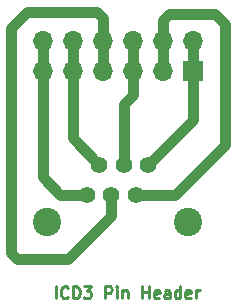
<source format=gtl>
%TF.GenerationSoftware,KiCad,Pcbnew,4.0.7*%
%TF.CreationDate,2017-09-30T17:10:56+08:00*%
%TF.ProjectId,rj12-with-connector,726A31322D776974682D636F6E6E6563,rev?*%
%TF.FileFunction,Copper,L1,Top,Signal*%
%FSLAX46Y46*%
G04 Gerber Fmt 4.6, Leading zero omitted, Abs format (unit mm)*
G04 Created by KiCad (PCBNEW 4.0.7) date 09/30/17 17:10:56*
%MOMM*%
%LPD*%
G01*
G04 APERTURE LIST*
%ADD10C,0.100000*%
%ADD11C,0.250000*%
%ADD12C,2.400000*%
%ADD13C,1.400000*%
%ADD14R,1.700000X1.700000*%
%ADD15O,1.700000X1.700000*%
%ADD16C,0.900000*%
G04 APERTURE END LIST*
D10*
D11*
X-17453810Y-27122381D02*
X-17453810Y-26122381D01*
X-16406191Y-27027143D02*
X-16453810Y-27074762D01*
X-16596667Y-27122381D01*
X-16691905Y-27122381D01*
X-16834763Y-27074762D01*
X-16930001Y-26979524D01*
X-16977620Y-26884286D01*
X-17025239Y-26693810D01*
X-17025239Y-26550952D01*
X-16977620Y-26360476D01*
X-16930001Y-26265238D01*
X-16834763Y-26170000D01*
X-16691905Y-26122381D01*
X-16596667Y-26122381D01*
X-16453810Y-26170000D01*
X-16406191Y-26217619D01*
X-15977620Y-27122381D02*
X-15977620Y-26122381D01*
X-15739525Y-26122381D01*
X-15596667Y-26170000D01*
X-15501429Y-26265238D01*
X-15453810Y-26360476D01*
X-15406191Y-26550952D01*
X-15406191Y-26693810D01*
X-15453810Y-26884286D01*
X-15501429Y-26979524D01*
X-15596667Y-27074762D01*
X-15739525Y-27122381D01*
X-15977620Y-27122381D01*
X-15072858Y-26122381D02*
X-14453810Y-26122381D01*
X-14787144Y-26503333D01*
X-14644286Y-26503333D01*
X-14549048Y-26550952D01*
X-14501429Y-26598571D01*
X-14453810Y-26693810D01*
X-14453810Y-26931905D01*
X-14501429Y-27027143D01*
X-14549048Y-27074762D01*
X-14644286Y-27122381D01*
X-14930001Y-27122381D01*
X-15025239Y-27074762D01*
X-15072858Y-27027143D01*
X-13263334Y-27122381D02*
X-13263334Y-26122381D01*
X-12882381Y-26122381D01*
X-12787143Y-26170000D01*
X-12739524Y-26217619D01*
X-12691905Y-26312857D01*
X-12691905Y-26455714D01*
X-12739524Y-26550952D01*
X-12787143Y-26598571D01*
X-12882381Y-26646190D01*
X-13263334Y-26646190D01*
X-12263334Y-27122381D02*
X-12263334Y-26455714D01*
X-12263334Y-26122381D02*
X-12310953Y-26170000D01*
X-12263334Y-26217619D01*
X-12215715Y-26170000D01*
X-12263334Y-26122381D01*
X-12263334Y-26217619D01*
X-11787144Y-26455714D02*
X-11787144Y-27122381D01*
X-11787144Y-26550952D02*
X-11739525Y-26503333D01*
X-11644287Y-26455714D01*
X-11501429Y-26455714D01*
X-11406191Y-26503333D01*
X-11358572Y-26598571D01*
X-11358572Y-27122381D01*
X-10120477Y-27122381D02*
X-10120477Y-26122381D01*
X-10120477Y-26598571D02*
X-9549048Y-26598571D01*
X-9549048Y-27122381D02*
X-9549048Y-26122381D01*
X-8691905Y-27074762D02*
X-8787143Y-27122381D01*
X-8977620Y-27122381D01*
X-9072858Y-27074762D01*
X-9120477Y-26979524D01*
X-9120477Y-26598571D01*
X-9072858Y-26503333D01*
X-8977620Y-26455714D01*
X-8787143Y-26455714D01*
X-8691905Y-26503333D01*
X-8644286Y-26598571D01*
X-8644286Y-26693810D01*
X-9120477Y-26789048D01*
X-7787143Y-27122381D02*
X-7787143Y-26598571D01*
X-7834762Y-26503333D01*
X-7930000Y-26455714D01*
X-8120477Y-26455714D01*
X-8215715Y-26503333D01*
X-7787143Y-27074762D02*
X-7882381Y-27122381D01*
X-8120477Y-27122381D01*
X-8215715Y-27074762D01*
X-8263334Y-26979524D01*
X-8263334Y-26884286D01*
X-8215715Y-26789048D01*
X-8120477Y-26741429D01*
X-7882381Y-26741429D01*
X-7787143Y-26693810D01*
X-6882381Y-27122381D02*
X-6882381Y-26122381D01*
X-6882381Y-27074762D02*
X-6977619Y-27122381D01*
X-7168096Y-27122381D01*
X-7263334Y-27074762D01*
X-7310953Y-27027143D01*
X-7358572Y-26931905D01*
X-7358572Y-26646190D01*
X-7310953Y-26550952D01*
X-7263334Y-26503333D01*
X-7168096Y-26455714D01*
X-6977619Y-26455714D01*
X-6882381Y-26503333D01*
X-6025238Y-27074762D02*
X-6120476Y-27122381D01*
X-6310953Y-27122381D01*
X-6406191Y-27074762D01*
X-6453810Y-26979524D01*
X-6453810Y-26598571D01*
X-6406191Y-26503333D01*
X-6310953Y-26455714D01*
X-6120476Y-26455714D01*
X-6025238Y-26503333D01*
X-5977619Y-26598571D01*
X-5977619Y-26693810D01*
X-6453810Y-26789048D01*
X-5549048Y-27122381D02*
X-5549048Y-26455714D01*
X-5549048Y-26646190D02*
X-5501429Y-26550952D01*
X-5453810Y-26503333D01*
X-5358572Y-26455714D01*
X-5263333Y-26455714D01*
D12*
X-6207400Y-20659120D03*
X-18207400Y-20659120D03*
D13*
X-9657400Y-15819120D03*
X-11697400Y-15819120D03*
X-13737400Y-15819120D03*
X-10677400Y-18359120D03*
X-12717400Y-18359120D03*
X-14757400Y-18359120D03*
D14*
X-5842000Y-7874000D03*
D15*
X-5842000Y-5334000D03*
X-8382000Y-7874000D03*
X-8382000Y-5334000D03*
X-10922000Y-7874000D03*
X-10922000Y-5334000D03*
X-13462000Y-7874000D03*
X-13462000Y-5334000D03*
X-16002000Y-7874000D03*
X-16002000Y-5334000D03*
X-18542000Y-7874000D03*
X-18542000Y-5334000D03*
D16*
X-15996920Y-5646420D02*
X-15996920Y-8186420D01*
X-13737400Y-15819120D02*
X-13759180Y-15819120D01*
X-13759180Y-15819120D02*
X-15996920Y-13581380D01*
X-15996920Y-13581380D02*
X-15996920Y-5646420D01*
X-18536920Y-5646420D02*
X-18536920Y-8186420D01*
X-14757400Y-18359120D02*
X-17040860Y-18359120D01*
X-18536920Y-16863060D02*
X-18536920Y-5646420D01*
X-17040860Y-18359120D02*
X-18536920Y-16863060D01*
X-13456920Y-5646420D02*
X-13456920Y-8186420D01*
X-12717400Y-18359120D02*
X-12717400Y-20154520D01*
X-13456920Y-3362960D02*
X-13456920Y-8186420D01*
X-13911580Y-2908300D02*
X-13456920Y-3362960D01*
X-19890740Y-2908300D02*
X-13911580Y-2908300D01*
X-21231860Y-4249420D02*
X-19890740Y-2908300D01*
X-21231860Y-23332440D02*
X-21231860Y-4249420D01*
X-20728940Y-23835360D02*
X-21231860Y-23332440D01*
X-16398240Y-23835360D02*
X-20728940Y-23835360D01*
X-12717400Y-20154520D02*
X-16398240Y-23835360D01*
X-10916920Y-5646420D02*
X-10916920Y-8186420D01*
X-11697400Y-15819120D02*
X-11697400Y-10668700D01*
X-10916920Y-9888220D02*
X-10916920Y-5646420D01*
X-11697400Y-10668700D02*
X-10916920Y-9888220D01*
X-8376920Y-5646420D02*
X-8376920Y-8186420D01*
X-10677400Y-18359120D02*
X-7317740Y-18359120D01*
X-8376920Y-3548380D02*
X-8376920Y-8186420D01*
X-7848600Y-3020060D02*
X-8376920Y-3548380D01*
X-3992880Y-3020060D02*
X-7848600Y-3020060D01*
X-3126740Y-3886200D02*
X-3992880Y-3020060D01*
X-3126740Y-14168120D02*
X-3126740Y-3886200D01*
X-7317740Y-18359120D02*
X-3126740Y-14168120D01*
X-5836920Y-5646420D02*
X-5836920Y-8186420D01*
X-9657400Y-15819120D02*
X-9639300Y-15819120D01*
X-9639300Y-15819120D02*
X-5836920Y-12016740D01*
X-5836920Y-12016740D02*
X-5836920Y-5646420D01*
M02*

</source>
